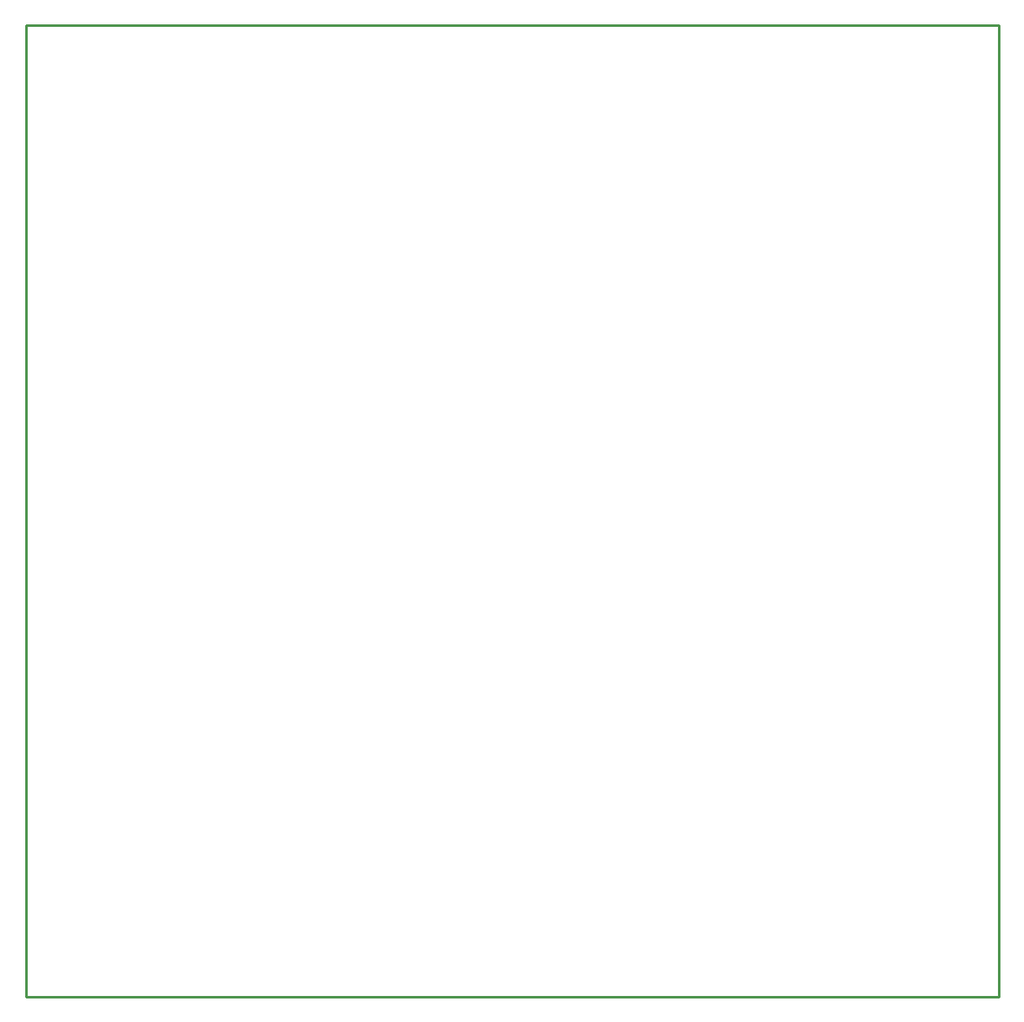
<source format=gko>
G04*
G04 #@! TF.GenerationSoftware,Altium Limited,Altium Designer,21.3.2 (30)*
G04*
G04 Layer_Color=16711935*
%FSTAX44Y44*%
%MOMM*%
G71*
G04*
G04 #@! TF.SameCoordinates,A78F6EBE-983C-407D-AA9D-1AE5E041EF29*
G04*
G04*
G04 #@! TF.FilePolarity,Positive*
G04*
G01*
G75*
%ADD13C,0.2540*%
D13*
X0001016Y0098933D02*
X0001016Y0001016D01*
X009906D01*
X009906Y0098933D02*
X009906Y0001016D01*
X0001016Y0098933D02*
X009906D01*
M02*

</source>
